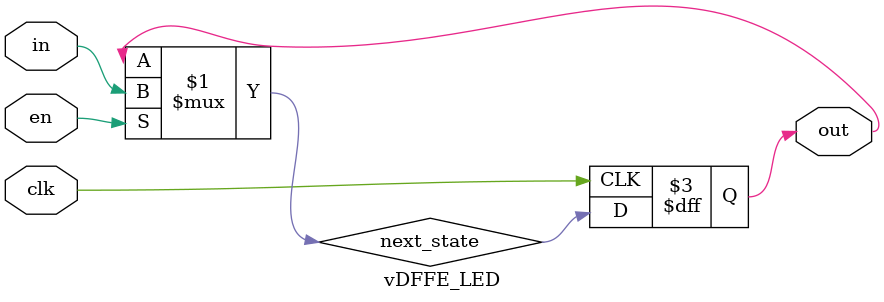
<source format=sv>

module lab7_top(KEY,SW,LEDR,HEX0,HEX1,HEX2,HEX3,HEX4,HEX5);
input [3:0] KEY;
input [9:0] SW;
output [9:0] LEDR;
output [6:0] HEX0, HEX1, HEX2, HEX3, HEX4, HEX5;

`define MNONE 2'b00
`define MREAD 2'b01
`define MWRITE 2'b10

wire [1:0] mem_cmd;
wire [8:0] mem_addr;
wire [15:0] read_data;
wire [15:0] write_data;
reg out1;
wire out2;
reg out3;
wire out4;
reg msel;
wire [15:0] dout;
wire clk;
reg module_1_out;
reg module_2_out;

assign clk = ~KEY[0];
assign reset = ~KEY[1];

	always_comb begin
	
	if(mem_cmd == `MREAD) begin
		out1 = 1'b1;
	end

	else begin
		out1 = 1'b0;
	end

	end

	always_comb begin
	
	if(mem_cmd == `MWRITE) begin
		out3 = 1'b1;
	end

	else begin
		out3 = 1'b0;
	end

	end



	always_comb begin
	
	if(mem_addr[8] == 1'b0) begin
		msel = 1'b1;
	end

	else begin
		msel = 1'b0;
	end

	end

	

	assign out2 = out1 & msel;

	assign out4 = out3 & msel;

	assign read_data = out2 ? dout : {16{1'bz}};

	
		
	cpu CPU(clk,reset,read_data,write_data,mem_cmd,mem_addr);
	

	RAM MEM(clk,mem_addr[7:0],mem_addr[7:0],out4,write_data,dout);

	
	//always_comb begin

	//if(mem_cmd == `MREAD & mem_addr == 9'h140) begin
	//	module_1_out = 1'b1;
	//end

	//else begin
	//	module_1_out = 1'b0;
	//end
	//
	//end

	//assign read_data[15:8] = module_1_out ? 8'h00 : {8{1'bz}};
	//assign read_data[7:0] = module_1_out ? SW[7:0] : {8{1'bz}};

	

	//always_comb begin
	
	//if(mem_cmd == `MWRITE & mem_addr == 9'h100) begin
	//	module_2_out = 1'b1;
	//end

	//else begin
	//	module_2_out = 1'b0;
	//end
	
	//end

	//vDFFE_LED #(8) dut_LED(clk, module_2_out, write_data[7:0], LEDR[7:0]);

	
endmodule



// To ensure Quartus uses the embedded MLAB memory blocks inside the Cyclone
// V on your DE1-SoC we follow the coding style from in Altera's Quartus II
// Handbook (QII5V1 2015.05.04) in Chapter 12, ?Recommended HDL Coding Style?
//
// 1. "Example 12-11: Verilog Single Clock Simple Dual-Port Synchronous RAM 
//     with Old Data Read-During-Write Behavior" 
// 2. "Example 12-29: Verilog HDL RAM Initialized with the readmemb Command"

module RAM(clk,read_address,write_address,write,din,dout);
  parameter data_width = 16; 
  parameter addr_width = 8;
  parameter filename = "data.txt";

  input clk;
  input [addr_width-1:0] read_address, write_address;
  input write;
  input [data_width-1:0] din;
  output [data_width-1:0] dout;
  reg [data_width-1:0] dout;

  reg [data_width-1:0] mem [2**addr_width-1:0];

  initial $readmemb(filename, mem);

  always @ (posedge clk) begin
    if (write)
      mem[write_address] <= din;
    dout <= mem[read_address]; // dout doesn't get din in this clock cycle 
                               // (this is due to Verilog non-blocking assignment "<=")
  end 
endmodule

module vDFFE_LED(clk, en, in, out); //module for register with load enable
	
	parameter n = 1;
	input clk, en;
	input [n-1:0] in;
	output reg [n-1:0] out;
	wire [n-1:0] next_state;

	assign next_state = en ? in : out;

	always @(posedge clk)
		out = next_state;

endmodule


</source>
